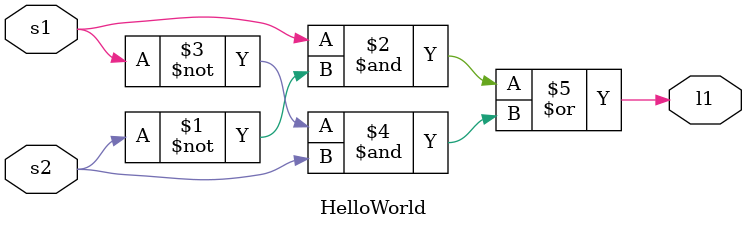
<source format=v>
module HelloWorld (s1, s2, l1);
	input s1, s2;
	output l1;
	assign l1 = (s1 & ~s2) | (~s1 & s2);
endmodule

</source>
